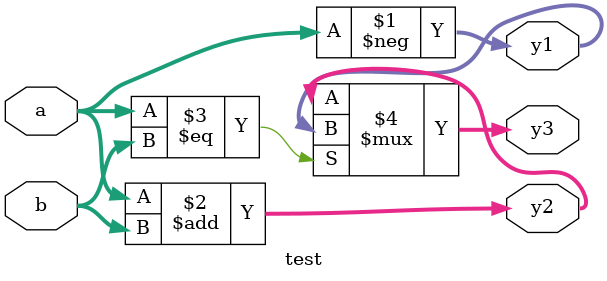
<source format=v>

module test(input [3:0] a, b, output [3:0] y1, y2, y3);

assign y1 = - (* foo = "bar" *) a;
assign y2 = a + (* foobar = 42 *) b;
assign y3 = a == b ? (* foobar *) y1 : y2;

endmodule

</source>
